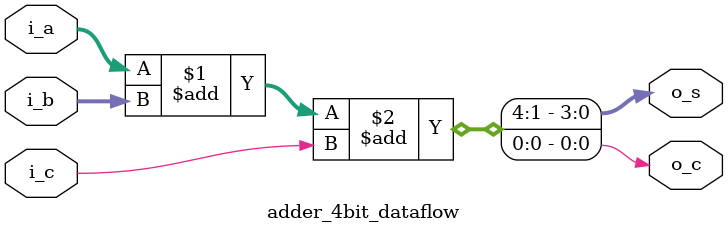
<source format=v>
module adder_4bit_dataflow
(
	output [3:0] o_s,
	output 		 o_c,
	input  [3:0] i_a,
	input  [3:0] i_b,
	input 		 i_c
);

	assign {o_s, o_c} = i_a + i_b + i_c;

endmodule




</source>
